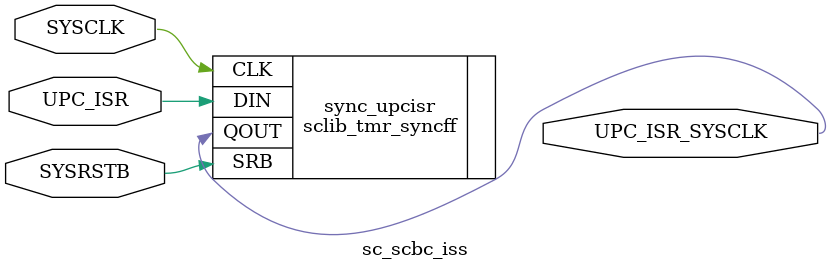
<source format=sv>

module sc_scbc_iss (
  // System bus clock and reset
  input SYSCLK,
  input SYSRSTB,

  // Interrupt asynchronous input signal
  input UPC_ISR,

  // Interrupt Synchronus output signal
  output UPC_ISR_SYSCLK
);

// Synchronus UPC_ISR signal
sclib_tmr_syncff # (
  .SYNCC(2),
  .SET1RST0(0)
) sync_upcisr (
  .CLK(SYSCLK),
  .SRB(SYSRSTB),
  .DIN(UPC_ISR),
  .QOUT(UPC_ISR_SYSCLK)
);

endmodule

</source>
